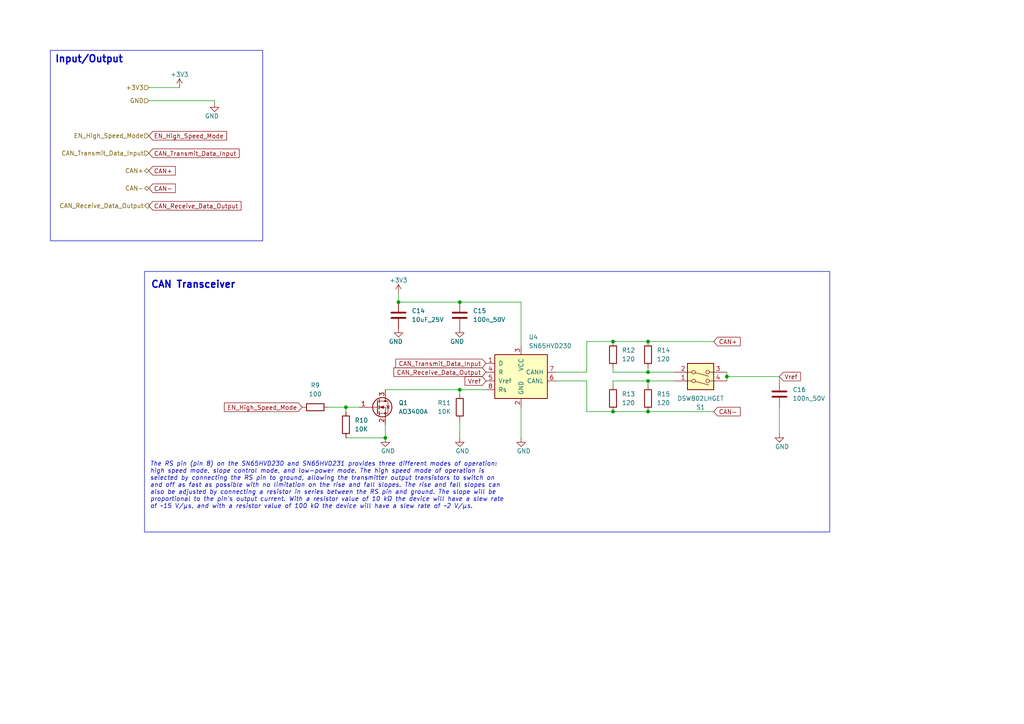
<source format=kicad_sch>
(kicad_sch (version 20231120) (generator "eeschema") (generator_version "8.0")
  (paper "A4")
  (lib_symbols
    (symbol "_C_0402:100n_50V" (pin_numbers hide) (pin_names (offset 0.254))
      (property "Reference" "C" (at 0.635 2.54 0))
      (property "Value" "100n_50V" (at 0.635 -2.54 0))
      (symbol "100n_50V_0_1"
        (polyline (pts (xy -2.032 -0.762) (xy 2.032 -0.762)) (stroke (width 0.508)))
        (polyline (pts (xy -2.032 0.762) (xy 2.032 0.762)) (stroke (width 0.508)))
      )
      (symbol "100n_50V_1_1"
        (pin passive line (at 0 3.81 270) (length 2.794) (name "~") (number "1"))
        (pin passive line (at 0 -3.81 90) (length 2.794) (name "~") (number "2"))
      )
    )
    (symbol "_C_0603:10uF_25V" (pin_numbers hide) (pin_names (offset 0.254))
      (property "Reference" "C" (at 0.635 2.54 0))
      (property "Value" "10uF_25V" (at 0.635 -2.54 0))
      (symbol "10uF_25V_0_1"
        (polyline (pts (xy -2.032 -0.762) (xy 2.032 -0.762)) (stroke (width 0.508)))
        (polyline (pts (xy -2.032 0.762) (xy 2.032 0.762)) (stroke (width 0.508)))
      )
      (symbol "10uF_25V_1_1"
        (pin passive line (at 0 3.81 270) (length 2.794) (name "~") (number "1"))
        (pin passive line (at 0 -3.81 90) (length 2.794) (name "~") (number "2"))
      )
    )
    (symbol "_Interface_CAN_LIN:SN65HVD230" (pin_names (offset 1.016))
      (property "Reference" "U" (at -2.54 10.16 0))
      (property "Value" "SN65HVD230" (at -2.54 7.62 0))
      (symbol "SN65HVD230_0_1"
        (rectangle (start -7.62 5.08) (end 7.62 -7.62) (stroke (width 0.254)) (fill (type background)))
      )
      (symbol "SN65HVD230_1_1"
        (pin input line (at -10.16 2.54 0) (length 2.54) (name "D") (number "1"))
        (pin power_in line (at 0 -10.16 90) (length 2.54) (name "GND") (number "2"))
        (pin power_in line (at 0 7.62 270) (length 2.54) (name "VCC") (number "3"))
        (pin output line (at -10.16 0 0) (length 2.54) (name "R") (number "4"))
        (pin output line (at -10.16 -2.54 0) (length 2.54) (name "Vref") (number "5"))
        (pin bidirectional line (at 10.16 -2.54 180) (length 2.54) (name "CANL") (number "6"))
        (pin bidirectional line (at 10.16 0 180) (length 2.54) (name "CANH") (number "7"))
        (pin input line (at -10.16 -5.08 0) (length 2.54) (name "Rs") (number "8"))
      )
    )
    (symbol "_R_0402:100" (pin_numbers hide) (pin_names (offset 0))
      (property "Reference" "R" (at 2.032 0 90))
      (property "Value" "100" (at 0 0 90))
      (symbol "100_0_1"
        (rectangle (start -1.016 -2.54) (end 1.016 2.54) (stroke (width 0.254)))
      )
      (symbol "100_1_1"
        (pin passive line (at 0 3.81 270) (length 1.27) (name "~") (number "1"))
        (pin passive line (at 0 -3.81 90) (length 1.27) (name "~") (number "2"))
      )
    )
    (symbol "_R_0402:10K" (pin_numbers hide) (pin_names (offset 0))
      (property "Reference" "R" (at 2.032 0 90))
      (property "Value" "10K" (at 0 0 90))
      (symbol "10K_0_1"
        (rectangle (start -1.016 -2.54) (end 1.016 2.54) (stroke (width 0.254)))
      )
      (symbol "10K_1_1"
        (pin passive line (at 0 3.81 270) (length 1.27) (name "~") (number "1"))
        (pin passive line (at 0 -3.81 90) (length 1.27) (name "~") (number "2"))
      )
    )
    (symbol "_R_0402:120" (pin_numbers hide) (pin_names (offset 0))
      (property "Reference" "R" (at 2.032 0 90))
      (property "Value" "120" (at 0 0 90))
      (symbol "120_0_1"
        (rectangle (start -1.016 -2.54) (end 1.016 2.54) (stroke (width 0.254)))
      )
      (symbol "120_1_1"
        (pin passive line (at 0 3.81 270) (length 1.27) (name "~") (number "1"))
        (pin passive line (at 0 -3.81 90) (length 1.27) (name "~") (number "2"))
      )
    )
    (symbol "_R_0603:10K" (pin_numbers hide) (pin_names (offset 0))
      (property "Reference" "R" (at 2.032 0 90))
      (property "Value" "10K" (at 0 0 90))
      (symbol "10K_0_1"
        (rectangle (start -1.016 -2.54) (end 1.016 2.54) (stroke (width 0.254)))
      )
      (symbol "10K_1_1"
        (pin passive line (at 0 3.81 270) (length 1.27) (name "~") (number "1"))
        (pin passive line (at 0 -3.81 90) (length 1.27) (name "~") (number "2"))
      )
    )
    (symbol "_Switch:DSWB02LHGET" (pin_names (offset 0) hide)
      (property "Reference" "S" (at 0 6.35 0))
      (property "Value" "DSWB02LHGET" (at 0 -3.81 0))
      (symbol "DSWB02LHGET_0_0"
        (circle (center -2.032 0) (radius 0.508))
        (circle (center -2.032 2.54) (radius 0.508))
        (polyline (pts (xy -1.524 0.127) (xy 2.3622 1.1684)))
        (polyline (pts (xy -1.524 2.667) (xy 2.3622 3.7084)))
        (circle (center 2.032 0) (radius 0.508))
        (circle (center 2.032 2.54) (radius 0.508))
      )
      (symbol "DSWB02LHGET_0_1"
        (rectangle (start -3.81 5.08) (end 3.81 -2.54) (stroke (width 0.254)) (fill (type background)))
      )
      (symbol "DSWB02LHGET_1_1"
        (pin passive line (at -7.62 2.54 0) (length 5.08) (name "~") (number "1"))
        (pin passive line (at -7.62 0 0) (length 5.08) (name "~") (number "2"))
        (pin passive line (at 7.62 0 180) (length 5.08) (name "~") (number "3"))
        (pin passive line (at 7.62 2.54 180) (length 5.08) (name "~") (number "4"))
      )
    )
    (symbol "_Transistor_FET:AO3400A" (pin_names hide)
      (property "Reference" "Q" (at 5.08 1.905 0))
      (property "Value" "AO3400A" (at 5.08 0 0))
      (symbol "AO3400A_0_1"
        (polyline (pts (xy 0.254 0) (xy -2.54 0)))
        (polyline (pts (xy 0.254 1.905) (xy 0.254 -1.905)) (stroke (width 0.254)))
        (polyline (pts (xy 0.762 -1.27) (xy 0.762 -2.286)) (stroke (width 0.254)))
        (polyline (pts (xy 0.762 0.508) (xy 0.762 -0.508)) (stroke (width 0.254)))
        (polyline (pts (xy 0.762 2.286) (xy 0.762 1.27)) (stroke (width 0.254)))
        (polyline (pts (xy 2.54 2.54) (xy 2.54 1.778)))
        (polyline (pts (xy 2.54 -2.54) (xy 2.54 0) (xy 0.762 0)))
        (polyline (pts (xy 0.762 -1.778) (xy 3.302 -1.778) (xy 3.302 1.778) (xy 0.762 1.778)))
        (polyline (pts (xy 1.016 0) (xy 2.032 0.381) (xy 2.032 -0.381) (xy 1.016 0)) (fill (type outline)))
        (polyline (pts (xy 2.794 0.508) (xy 2.921 0.381) (xy 3.683 0.381) (xy 3.81 0.254)))
        (polyline (pts (xy 3.302 0.381) (xy 2.921 -0.254) (xy 3.683 -0.254) (xy 3.302 0.381)))
        (circle (center 1.651 0) (radius 2.794) (stroke (width 0.254)))
        (circle (center 2.54 -1.778) (radius 0.254) (fill (type outline)))
        (circle (center 2.54 1.778) (radius 0.254) (fill (type outline)))
      )
      (symbol "AO3400A_1_1"
        (pin input line (at -5.08 0 0) (length 2.54) (name "G") (number "1"))
        (pin passive line (at 2.54 -5.08 90) (length 2.54) (name "S") (number "2"))
        (pin passive line (at 2.54 5.08 270) (length 2.54) (name "D") (number "3"))
      )
    )
    (symbol "power:+3V3" (power) (pin_names (offset 0))
      (property "Value" "+3V3" (at 0 3.556 0))
      (symbol "+3V3_0_1"
        (polyline (pts (xy -0.762 1.27) (xy 0 2.54)))
        (polyline (pts (xy 0 0) (xy 0 2.54)))
        (polyline (pts (xy 0 2.54) (xy 0.762 1.27)))
      )
      (symbol "+3V3_1_1"
        (pin power_in line (at 0 0 90) (length 0) hide (name "+3V3") (number "1"))
      )
    )
    (symbol "power:GND" (power) (pin_names (offset 0))
      (property "Value" "GND" (at 0 -3.81 0))
      (symbol "GND_0_1"
        (polyline (pts (xy 0 0) (xy 0 -1.27) (xy 1.27 -1.27) (xy 0 -2.54) (xy -1.27 -1.27) (xy 0 -1.27)))
      )
      (symbol "GND_1_1"
        (pin power_in line (at 0 0 270) (length 0) hide (name "GND") (number "1"))
      )
    )
  )
  (junction (at 187.96 119.38))
  (junction (at 187.96 110.49))
  (junction (at 133.35 113.03))
  (junction (at 187.96 107.95))
  (junction (at 115.57 87.63))
  (junction (at 187.96 99.06))
  (junction (at 177.8 99.06))
  (junction (at 111.76 127))
  (junction (at 133.35 87.63))
  (junction (at 177.8 119.38))
  (junction (at 100.33 118.11))
  (junction (at 210.82 109.22))
  (wire (pts (xy 210.82 107.95) (xy 210.82 109.22)))
  (wire (pts (xy 151.13 118.11) (xy 151.13 127)))
  (wire (pts (xy 133.35 113.03) (xy 133.35 114.3)))
  (wire (pts (xy 100.33 118.11) (xy 100.33 119.38)))
  (wire (pts (xy 177.8 99.06) (xy 187.96 99.06)))
  (wire (pts (xy 161.29 110.49) (xy 170.18 110.49)))
  (wire (pts (xy 111.76 123.19) (xy 111.76 127)))
  (wire (pts (xy 100.33 127) (xy 111.76 127)))
  (wire (pts (xy 133.35 113.03) (xy 140.97 113.03)))
  (wire (pts (xy 170.18 110.49) (xy 170.18 119.38)))
  (wire (pts (xy 62.23 29.21) (xy 62.23 29.845)))
  (wire (pts (xy 177.8 107.95) (xy 187.96 107.95)))
  (wire (pts (xy 115.57 85.09) (xy 115.57 87.63)))
  (wire (pts (xy 210.82 109.22) (xy 226.06 109.22)))
  (wire (pts (xy 226.06 109.22) (xy 226.06 110.49)))
  (wire (pts (xy 161.29 107.95) (xy 170.18 107.95)))
  (wire (pts (xy 177.8 110.49) (xy 177.8 111.76)))
  (wire (pts (xy 210.82 109.22) (xy 210.82 110.49)))
  (wire (pts (xy 177.8 119.38) (xy 187.96 119.38)))
  (wire (pts (xy 187.96 110.49) (xy 195.58 110.49)))
  (wire (pts (xy 133.35 127) (xy 133.35 121.92)))
  (wire (pts (xy 151.13 87.63) (xy 151.13 100.33)))
  (wire (pts (xy 177.8 106.68) (xy 177.8 107.95)))
  (wire (pts (xy 177.8 110.49) (xy 187.96 110.49)))
  (wire (pts (xy 43.18 29.21) (xy 62.23 29.21)))
  (wire (pts (xy 187.96 99.06) (xy 207.01 99.06)))
  (wire (pts (xy 133.35 113.03) (xy 111.76 113.03)))
  (wire (pts (xy 133.35 87.63) (xy 151.13 87.63)))
  (wire (pts (xy 170.18 119.38) (xy 177.8 119.38)))
  (wire (pts (xy 43.18 25.4) (xy 52.07 25.4)))
  (wire (pts (xy 104.14 118.11) (xy 100.33 118.11)))
  (wire (pts (xy 187.96 119.38) (xy 207.01 119.38)))
  (wire (pts (xy 170.18 107.95) (xy 170.18 99.06)))
  (wire (pts (xy 187.96 106.68) (xy 187.96 107.95)))
  (wire (pts (xy 170.18 99.06) (xy 177.8 99.06)))
  (wire (pts (xy 226.06 125.73) (xy 226.06 118.11)))
  (wire (pts (xy 187.96 107.95) (xy 195.58 107.95)))
  (wire (pts (xy 187.96 110.49) (xy 187.96 111.76)))
  (wire (pts (xy 95.25 118.11) (xy 100.33 118.11)))
  (wire (pts (xy 115.57 87.63) (xy 133.35 87.63)))
  (rectangle (start 14.605 14.605) (end 76.2 69.85))
  (rectangle (start 41.91 78.74) (end 240.665 154.305))
  (text_box "The RS pin (pin 8) on the SN65HVD230 and SN65HVD231 provides three different modes of operation: high speed mode, slope control mode, and low-power mode. The high speed mode of operation is selected by connecting the RS pin to ground, allowing the transmitter output transistors to switch on and off as fast as possible with no limitation on the rise and fall slopes. The rise and fall slopes can also be adjusted by connecting a resistor in series between the RS pin and ground. The slope will be proportional to the pin's output current. With a resistor value of 10 kΩ the device will have a slew rate of ~15 V/μs, and with a resistor value of 100 kΩ the device will have a slew rate of ~2 V/μs." (at 42.545 132.715 0) (size 106.045 18.288) (stroke (width -0.0001)) (effects (font (size 1.27 1.27) (italic yes)) (justify left top)))
  (text "CAN Transceiver" (at 43.688 83.82 0) (effects (font (size 2 2) (thickness 0.4) (bold yes)) (justify left bottom)))
  (text "Input/Output" (at 15.875 18.415 0) (effects (font (size 2 2) (thickness 0.4) (bold yes)) (justify left bottom)))
  (global_label "EN_High_Speed_Mode" (shape input) (at 87.63 118.11 180) (property "Intersheetrefs" "${INTERSHEET_REFS}" (effects (hide yes))))
  (global_label "CAN+" (shape input) (at 43.18 49.53 0) (property "Intersheetrefs" "${INTERSHEET_REFS}" (effects (hide yes))))
  (global_label "Vref" (shape input) (at 226.06 109.22 0) (property "Intersheetrefs" "${INTERSHEET_REFS}" (effects (hide yes))))
  (global_label "CAN-" (shape input) (at 207.01 119.38 0) (property "Intersheetrefs" "${INTERSHEET_REFS}" (effects (hide yes))))
  (global_label "CAN+" (shape input) (at 207.01 99.06 0) (property "Intersheetrefs" "${INTERSHEET_REFS}" (effects (hide yes))))
  (global_label "CAN_Transmit_Data_Input" (shape input) (at 43.18 44.45 0) (property "Intersheetrefs" "${INTERSHEET_REFS}" (effects (hide yes))))
  (global_label "CAN_Receive_Data_Output" (shape input) (at 43.18 59.69 0) (property "Intersheetrefs" "${INTERSHEET_REFS}" (effects (hide yes))))
  (global_label "Vref" (shape input) (at 140.97 110.49 180) (property "Intersheetrefs" "${INTERSHEET_REFS}" (effects (hide yes))))
  (global_label "CAN-" (shape input) (at 43.18 54.61 0) (property "Intersheetrefs" "${INTERSHEET_REFS}" (effects (hide yes))))
  (global_label "EN_High_Speed_Mode" (shape input) (at 43.18 39.37 0) (property "Intersheetrefs" "${INTERSHEET_REFS}" (effects (hide yes))))
  (global_label "CAN_Transmit_Data_Input" (shape input) (at 140.97 105.41 180) (property "Intersheetrefs" "${INTERSHEET_REFS}" (effects (hide yes))))
  (global_label "CAN_Receive_Data_Output" (shape input) (at 140.97 107.95 180) (property "Intersheetrefs" "${INTERSHEET_REFS}" (effects (hide yes))))
  (hierarchical_label "GND" (shape input) (at 43.18 29.21 180))
  (hierarchical_label "CAN+" (shape bidirectional) (at 43.18 49.53 180))
  (hierarchical_label "CAN-" (shape bidirectional) (at 43.18 54.61 180))
  (hierarchical_label "CAN_Transmit_Data_Input" (shape input) (at 43.18 44.45 180))
  (hierarchical_label "CAN_Receive_Data_Output" (shape output) (at 43.18 59.69 180))
  (hierarchical_label "+3V3" (shape input) (at 43.18 25.4 180))
  (hierarchical_label "EN_High_Speed_Mode" (shape input) (at 43.18 39.37 180))
  (symbol (lib_id "_C_0402:100n_50V") (at 133.35 91.44 180) (unit 1)
    (property "Reference" "C15" (at 137.16 90.1699 0) (effects (justify right)))
    (property "Value" "100n_50V" (at 137.16 92.7099 0) (effects (justify right)))
    (property "Footprint" "Capacitor_SMD:C_0402_1005Metric" (effects (hide yes)))
    (property "Datasheet" "https://product.samsungsem.com/mlcc/CL05B104KB54PN.do" (effects (hide yes)))
    (property "MF" "Samsung Electro-Mechanics" (effects (hide yes)))
    (property "MPN" "CL05B104KB54PNC" (effects (hide yes)))
    (property "OC_LCSC" "C307331" (effects (hide yes)))
  )
  (symbol (lib_id "_R_0402:10K") (at 100.33 123.19 0) (unit 1)
    (property "Reference" "R10" (at 102.87 121.9199 0) (effects (justify left)))
    (property "Value" "10K" (at 102.87 124.4599 0) (effects (justify left)))
    (property "Footprint" "Resistor_SMD:R_0402_1005Metric" (effects (hide yes)))
    (property "Description" "Resistor 10K 1% 62.5mW 50V 0402" (effects (hide yes)))
    (property "MF" "UNI-ROYAL" (effects (hide yes)))
    (property "MPN" "0402WGF1002TCE" (effects (hide yes)))
    (property "OC_LCSC" "C25744" (effects (hide yes)))
  )
  (symbol (lib_id "_R_0402:120") (at 187.96 115.57 0) (unit 1)
    (property "Reference" "R15" (at 190.5 114.2999 0) (effects (justify left)))
    (property "Value" "120" (at 190.5 116.8399 0) (effects (justify left)))
    (property "Footprint" "Resistor_SMD:R_0402_1005Metric" (effects (hide yes)))
    (property "Description" "Resistor 120 1% 62.5mW 50V 0402" (effects (hide yes)))
    (property "MF" "UNI-ROYAL" (effects (hide yes)))
    (property "MPN" "0402WGF1200TCE" (effects (hide yes)))
    (property "OC_LCSC" "C25079" (effects (hide yes)))
  )
  (symbol (lib_id "_Switch:DSWB02LHGET") (at 203.2 107.95 0) (mirror x) (unit 1)
    (property "Reference" "S1" (at 203.2 118.11 0))
    (property "Value" "DSWB02LHGET" (at 203.2 115.57 0))
    (property "Footprint" "Robast:DSWB02LHGET" (effects (hide yes)))
    (property "Datasheet" "https://datasheet.lcsc.com/lcsc/2309061745_DongGuan-KINGTEK-Industrial-Co--LTD-DSWB02LHGET_C99421.pdf" (effects (hide yes)))
    (property "Description" "2Bit SPST Red Slide" (effects (hide yes)))
    (property "MF" "DongGuan KINGTEK Industrial Co.,LTD" (effects (hide yes)))
    (property "MPN" "DSWB02LHGET" (effects (hide yes)))
    (property "OC_LCSC" "C99421" (effects (hide yes)))
  )
  (symbol (lib_id "_C_0402:100n_50V") (at 226.06 114.3 0) (unit 1)
    (property "Reference" "C16" (at 229.87 113.0299 0) (effects (justify left)))
    (property "Value" "100n_50V" (at 229.87 115.5699 0) (effects (justify left)))
    (property "Footprint" "Capacitor_SMD:C_0402_1005Metric" (effects (hide yes)))
    (property "Datasheet" "https://product.samsungsem.com/mlcc/CL05B104KB54PN.do" (effects (hide yes)))
    (property "MF" "Samsung Electro-Mechanics" (effects (hide yes)))
    (property "MPN" "CL05B104KB54PNC" (effects (hide yes)))
    (property "OC_LCSC" "C307331" (effects (hide yes)))
  )
  (symbol (lib_id "power:GND") (at 111.76 127 0) (unit 1)
    (property "Reference" "#PWR058" (effects (hide yes)))
    (property "Value" "GND" (at 110.49 130.81 0) (effects (justify left)))
  )
  (symbol (lib_id "power:GND") (at 115.57 95.25 0) (mirror y) (unit 1)
    (property "Reference" "#PWR060" (effects (hide yes)))
    (property "Value" "GND" (at 116.84 99.06 0) (effects (justify left)))
  )
  (symbol (lib_id "_C_0603:10uF_25V") (at 115.57 91.44 0) (unit 1)
    (property "Reference" "C14" (at 119.38 90.1699 0) (effects (justify left)))
    (property "Value" "10uF_25V" (at 119.38 92.7099 0) (effects (justify left)))
    (property "Footprint" "Capacitor_SMD:C_0603_1608Metric" (effects (hide yes)))
    (property "Datasheet" "https://product.samsungsem.com/mlcc/CL10A106MA8NRN.do" (effects (hide yes)))
    (property "Description" "Capacitor 10uF 25V X5R 20% 0603" (effects (hide yes)))
    (property "MF" "Samsung Electro-Mechanics" (effects (hide yes)))
    (property "MPN" "CL10A106MA8NRNC" (effects (hide yes)))
    (property "OC_LCSC" "C96446" (effects (hide yes)))
  )
  (symbol (lib_id "power:+3V3") (at 115.57 85.09 0) (unit 1)
    (property "Reference" "#PWR059" (effects (hide yes)))
    (property "Value" "+3V3" (at 115.57 81.28 0))
  )
  (symbol (lib_id "power:GND") (at 133.35 127 0) (unit 1)
    (property "Reference" "#PWR062" (effects (hide yes)))
    (property "Value" "GND" (at 132.08 130.81 0) (effects (justify left)))
  )
  (symbol (lib_id "power:GND") (at 226.06 125.73 0) (unit 1)
    (property "Reference" "#PWR064" (effects (hide yes)))
    (property "Value" "GND" (at 224.79 129.54 0) (effects (justify left)))
  )
  (symbol (lib_id "_R_0402:120") (at 177.8 115.57 0) (unit 1)
    (property "Reference" "R13" (at 180.34 114.2999 0) (effects (justify left)))
    (property "Value" "120" (at 180.34 116.8399 0) (effects (justify left)))
    (property "Footprint" "Resistor_SMD:R_0402_1005Metric" (effects (hide yes)))
    (property "Description" "Resistor 120 1% 62.5mW 50V 0402" (effects (hide yes)))
    (property "MF" "UNI-ROYAL" (effects (hide yes)))
    (property "MPN" "0402WGF1200TCE" (effects (hide yes)))
    (property "OC_LCSC" "C25079" (effects (hide yes)))
  )
  (symbol (lib_id "power:GND") (at 133.35 95.25 0) (mirror y) (unit 1)
    (property "Reference" "#PWR061" (effects (hide yes)))
    (property "Value" "GND" (at 134.62 99.06 0) (effects (justify left)))
  )
  (symbol (lib_id "_R_0402:120") (at 177.8 102.87 0) (unit 1)
    (property "Reference" "R12" (at 180.34 101.5999 0) (effects (justify left)))
    (property "Value" "120" (at 180.34 104.1399 0) (effects (justify left)))
    (property "Footprint" "Resistor_SMD:R_0402_1005Metric" (effects (hide yes)))
    (property "Description" "Resistor 120 1% 62.5mW 50V 0402" (effects (hide yes)))
    (property "MF" "UNI-ROYAL" (effects (hide yes)))
    (property "MPN" "0402WGF1200TCE" (effects (hide yes)))
    (property "OC_LCSC" "C25079" (effects (hide yes)))
  )
  (symbol (lib_id "_Interface_CAN_LIN:SN65HVD230") (at 151.13 107.95 0) (unit 1)
    (property "Reference" "U4" (at 153.3241 97.79 0) (effects (justify left)))
    (property "Value" "SN65HVD230" (at 153.3241 100.33 0) (effects (justify left)))
    (property "Footprint" "Package_SO:SOIC-8_3.9x4.9mm_P1.27mm" (effects (hide yes)))
    (property "Datasheet" "http://www.ti.com/lit/ds/symlink/sn65hvd230.pdf" (effects (hide yes)))
    (property "Description" "CAN Bus Transceivers, 3.3V, 1Mbps, Low-Power capabilities, SOIC-8" (effects (hide yes)))
    (property "MF" "TI" (effects (hide yes)))
    (property "MPN" "SN65HVD230DR" (effects (hide yes)))
    (property "OC_LCSC" "C12084" (effects (hide yes)))
  )
  (symbol (lib_id "power:+3V3") (at 52.07 25.4 0) (unit 1)
    (property "Reference" "#PWR056" (effects (hide yes)))
    (property "Value" "+3V3" (at 52.07 21.59 0))
  )
  (symbol (lib_id "power:GND") (at 151.13 127 0) (unit 1)
    (property "Reference" "#PWR063" (effects (hide yes)))
    (property "Value" "GND" (at 149.86 130.81 0) (effects (justify left)))
  )
  (symbol (lib_id "_R_0402:120") (at 187.96 102.87 0) (unit 1)
    (property "Reference" "R14" (at 190.5 101.5999 0) (effects (justify left)))
    (property "Value" "120" (at 190.5 104.1399 0) (effects (justify left)))
    (property "Footprint" "Resistor_SMD:R_0402_1005Metric" (effects (hide yes)))
    (property "Description" "Resistor 120 1% 62.5mW 50V 0402" (effects (hide yes)))
    (property "MF" "UNI-ROYAL" (effects (hide yes)))
    (property "MPN" "0402WGF1200TCE" (effects (hide yes)))
    (property "OC_LCSC" "C25079" (effects (hide yes)))
  )
  (symbol (lib_id "power:GND") (at 62.23 29.845 0) (mirror y) (unit 1)
    (property "Reference" "#PWR057" (effects (hide yes)))
    (property "Value" "GND" (at 63.5 33.655 0) (effects (justify left)))
  )
  (symbol (lib_id "_Transistor_FET:AO3400A") (at 109.22 118.11 0) (unit 1)
    (property "Reference" "Q1" (at 115.57 116.8399 0) (effects (justify left)))
    (property "Value" "AO3400A" (at 115.57 119.3799 0) (effects (justify left)))
    (property "Footprint" "Package_TO_SOT_SMD:SOT-23" (effects (hide yes)))
    (property "Datasheet" "https://datasheet.lcsc.com/lcsc/1811081213_Alpha---Omega-Semicon-AO3400A_C20917.pdf" (effects (hide yes)))
    (property "Description" "30V 5.7A 26.5mΩ@10V,5.7A 1.4W N Channel SOT-23-3L MOSFET" (effects (hide yes)))
    (property "MF" "Alpha & Omega Semicon" (effects (hide yes)))
    (property "MPN" "AO3400A" (effects (hide yes)))
    (property "OC_LCSC" "C20917" (effects (hide yes)))
  )
  (symbol (lib_id "_R_0603:10K") (at 133.35 118.11 0) (mirror x) (unit 1)
    (property "Reference" "R11" (at 130.81 116.8399 0) (effects (justify right)))
    (property "Value" "10K" (at 130.81 119.3799 0) (effects (justify right)))
    (property "Footprint" "Resistor_SMD:R_0603_1608Metric" (effects (hide yes)))
    (property "Description" "Resistor 10K 1% 100mW 75V 0603" (effects (hide yes)))
    (property "MF" "UNI-ROYAL" (effects (hide yes)))
    (property "MPN" "0603WAF1002T5E" (effects (hide yes)))
    (property "OC_LCSC" "C25804" (effects (hide yes)))
  )
  (symbol (lib_id "_R_0402:100") (at 91.44 118.11 90) (unit 1)
    (property "Reference" "R9" (at 91.44 111.76 90))
    (property "Value" "100" (at 91.44 114.3 90))
    (property "Footprint" "Resistor_SMD:R_0402_1005Metric" (effects (hide yes)))
    (property "Description" "Resistor 100 1% 62.5mW 50V 0402" (effects (hide yes)))
    (property "MF" "UNI-ROYAL" (effects (hide yes)))
    (property "MPN" "0402WGF1000TCE" (effects (hide yes)))
    (property "OC_LCSC" "C25076" (effects (hide yes)))
  )
)
</source>
